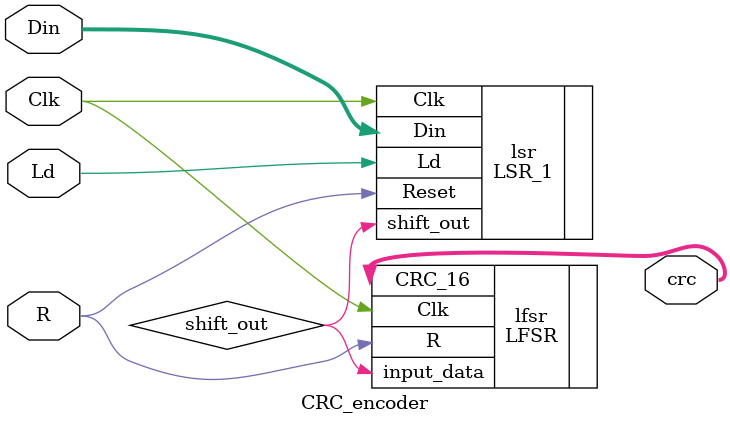
<source format=v>
`timescale 1ns / 1ps

module CRC_encoder(input [3:0]Din,
    input Clk,
    input R,
    input Ld,
    output [15:0] crc);
    wire shift_out;
    LSR_1 lsr(.Din(Din), .Clk(Clk), .Reset(R), .Ld(Ld) , .shift_out(shift_out));
    LFSR lfsr(.R(R), .Clk(Clk), .input_data(shift_out), .CRC_16(crc));
endmodule
</source>
